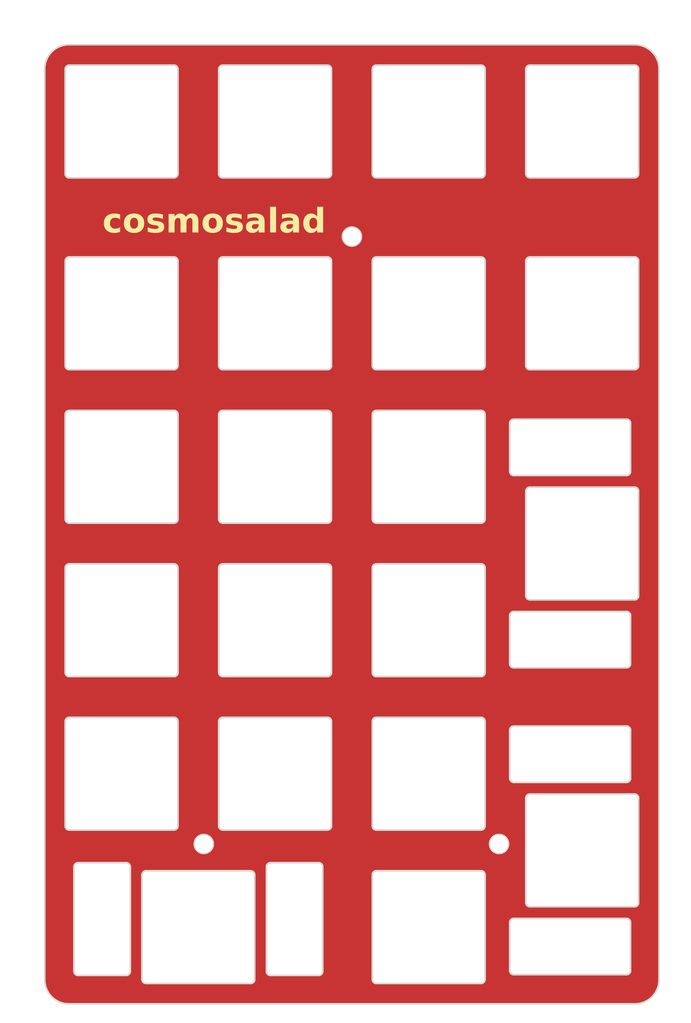
<source format=kicad_pcb>
(kicad_pcb (version 20221018) (generator pcbnew)
  (layers (0 "F.Cu" signal) (31 "B.Cu" signal) (34 "B.Paste" user) (35 "F.Paste" user) (36 "B.SilkS" user "B.Silkscreen") (37 "F.SilkS" user "F.Silkscreen") (38 "B.Mask" user) (39 "F.Mask" user) (44 "Edge.Cuts" user))
  (net 0 "")
  (gr_line (start 92.71875 49.06875) (end 105.71875 49.06875) (stroke (width 0.2)) (layer "Edge.Cuts"))
  (gr_arc (start 92.21875 78.43125) (mid 92.365197 78.077697) (end 92.71875 77.93125) (stroke (width 0.2)) (layer "Edge.Cuts"))
  (gr_arc (start 105.71875 58.88125) (mid 106.072303 59.027697) (end 106.21875 59.38125) (stroke (width 0.2)) (layer "Edge.Cuts"))
  (gr_arc (start 61.70575 134.08125) (mid 62.059303 134.227697) (end 62.20575 134.58125) (stroke (width 0.2)) (layer "Edge.Cuts"))
  (gr_line (start 111.26875 59.38125) (end 111.26875 72.38125) (stroke (width 0.2)) (layer "Edge.Cuts"))
  (gr_arc (start 55.20575 134.58125) (mid 55.352197 134.227697) (end 55.70575 134.08125) (stroke (width 0.2)) (layer "Edge.Cuts"))
  (gr_arc (start 79.08175 134.58125) (mid 79.228197 134.227697) (end 79.58175 134.08125) (stroke (width 0.2)) (layer "Edge.Cuts"))
  (gr_line (start 68.11875 78.43125) (end 68.11875 91.43125) (stroke (width 0.2)) (layer "Edge.Cuts"))
  (gr_line (start 124.76875 125.55625) (end 111.76875 125.55625) (stroke (width 0.2)) (layer "Edge.Cuts"))
  (gr_arc (start 73.16875 78.43125) (mid 73.315197 78.077697) (end 73.66875 77.93125) (stroke (width 0.2)) (layer "Edge.Cuts"))
  (gr_arc (start 106.21875 91.43125) (mid 106.072303 91.784803) (end 105.71875 91.93125) (stroke (width 0.2)) (layer "Edge.Cuts"))
  (gr_arc (start 87.16875 48.56875) (mid 87.022303 48.922303) (end 86.66875 49.06875) (stroke (width 0.2)) (layer "Edge.Cuts"))
  (gr_line (start 111.76875 72.88125) (end 124.76875 72.88125) (stroke (width 0.2)) (layer "Edge.Cuts"))
  (gr_line (start 73.16875 59.38125) (end 73.16875 72.38125) (stroke (width 0.2)) (layer "Edge.Cuts"))
  (gr_arc (start 111.76875 72.88125) (mid 111.415197 72.734803) (end 111.26875 72.38125) (stroke (width 0.2)) (layer "Edge.Cuts"))
  (gr_line (start 106.21875 135.58125) (end 106.21875 148.58125) (stroke (width 0.2)) (layer "Edge.Cuts"))
  (gr_line (start 92.71875 130.03125) (end 105.71875 130.03125) (stroke (width 0.2)) (layer "Edge.Cuts"))
  (gr_arc (start 68.11875 91.43125) (mid 67.972303 91.784803) (end 67.61875 91.93125) (stroke (width 0.2)) (layer "Edge.Cuts"))
  (gr_arc (start 106.21875 72.38125) (mid 106.072303 72.734803) (end 105.71875 72.88125) (stroke (width 0.2)) (layer "Edge.Cuts"))
  (gr_line (start 73.66875 77.93125) (end 86.66875 77.93125) (stroke (width 0.2)) (layer "Edge.Cuts"))
  (gr_line (start 79.08175 134.58125) (end 79.08175 147.58125) (stroke (width 0.2)) (layer "Edge.Cuts"))
  (gr_arc (start 87.16875 91.43125) (mid 87.022303 91.784803) (end 86.66875 91.93125) (stroke (width 0.2)) (layer "Edge.Cuts"))
  (gr_arc (start 106.21875 110.48125) (mid 106.072303 110.834803) (end 105.71875 110.98125) (stroke (width 0.2)) (layer "Edge.Cuts"))
  (gr_arc (start 106.21875 148.58125) (mid 106.072303 148.934803) (end 105.71875 149.08125) (stroke (width 0.2)) (layer "Edge.Cuts"))
  (gr_line (start 106.21875 78.43125) (end 106.21875 91.43125) (stroke (width 0.2)) (layer "Edge.Cuts"))
  (gr_line (start 111.26875 35.56875) (end 111.26875 48.56875) (stroke (width 0.2)) (layer "Edge.Cuts"))
  (gr_arc (start 92.71875 49.06875) (mid 92.365197 48.922303) (end 92.21875 48.56875) (stroke (width 0.2)) (layer "Edge.Cuts"))
  (gr_arc (start 92.71875 149.08125) (mid 92.365197 148.934803) (end 92.21875 148.58125) (stroke (width 0.2)) (layer "Edge.Cuts"))
  (gr_line (start 87.16875 35.56875) (end 87.16875 48.56875) (stroke (width 0.2)) (layer "Edge.Cuts"))
  (gr_arc (start 68.11875 48.56875) (mid 67.972303 48.922303) (end 67.61875 49.06875) (stroke (width 0.2)) (layer "Edge.Cuts"))
  (gr_arc (start 92.71875 110.98125) (mid 92.365197 110.834803) (end 92.21875 110.48125) (stroke (width 0.2)) (layer "Edge.Cuts"))
  (gr_line (start 92.21875 35.56875) (end 92.21875 48.56875) (stroke (width 0.2)) (layer "Edge.Cuts"))
  (gr_line (start 54.11875 97.48125) (end 54.11875 110.48125) (stroke (width 0.2)) (layer "Edge.Cuts"))
  (gr_arc (start 87.16875 72.38125) (mid 87.022303 72.734803) (end 86.66875 72.88125) (stroke (width 0.2)) (layer "Edge.Cuts"))
  (gr_line (start 125.26875 59.38125) (end 125.26875 72.38125) (stroke (width 0.2)) (layer "Edge.Cuts"))
  (gr_line (start 124.26875 141.49425) (end 124.26875 147.49425) (stroke (width 0.2)) (layer "Edge.Cuts"))
  (gr_line (start 123.76875 86.01825) (end 109.76875 86.01825) (stroke (width 0.2)) (layer "Edge.Cuts"))
  (gr_arc (start 73.66875 130.03125) (mid 73.315197 129.884803) (end 73.16875 129.53125) (stroke (width 0.2)) (layer "Edge.Cuts"))
  (gr_line (start 54.61875 110.98125) (end 67.61875 110.98125) (stroke (width 0.2)) (layer "Edge.Cuts"))
  (gr_arc (start 105.71875 35.06875) (mid 106.072303 35.215197) (end 106.21875 35.56875) (stroke (width 0.2)) (layer "Edge.Cuts"))
  (gr_arc (start 124.26875 147.49425) (mid 124.122303 147.847803) (end 123.76875 147.99425) (stroke (width 0.2)) (layer "Edge.Cuts"))
  (gr_line (start 92.21875 78.43125) (end 92.21875 91.43125) (stroke (width 0.2)) (layer "Edge.Cuts"))
  (gr_arc (start 124.26875 85.51825) (mid 124.122303 85.871803) (end 123.76875 86.01825) (stroke (width 0.2)) (layer "Edge.Cuts"))
  (gr_line (start 92.71875 116.03125) (end 105.71875 116.03125) (stroke (width 0.2)) (layer "Edge.Cuts"))
  (gr_arc (start 68.11875 129.53125) (mid 67.972303 129.884803) (end 67.61875 130.03125) (stroke (width 0.2)) (layer "Edge.Cuts"))
  (gr_line (start 68.11875 116.53125) (end 68.11875 129.53125) (stroke (width 0.2)) (layer "Edge.Cuts"))
  (gr_arc (start 63.64375 135.58125) (mid 63.790197 135.227697) (end 64.14375 135.08125) (stroke (width 0.2)) (layer "Edge.Cuts"))
  (gr_line (start 124.76875 139.55625) (end 111.76875 139.55625) (stroke (width 0.2)) (layer "Edge.Cuts"))
  (gr_arc (start 73.16875 97.48125) (mid 73.315197 97.127697) (end 73.66875 96.98125) (stroke (width 0.2)) (layer "Edge.Cuts"))
  (gr_arc (start 92.21875 135.58125) (mid 92.365197 135.227697) (end 92.71875 135.08125) (stroke (width 0.2)) (layer "Edge.Cuts"))
  (gr_line (start 54.11875 59.38125) (end 54.11875 72.38125) (stroke (width 0.2)) (layer "Edge.Cuts"))
  (gr_arc (start 125.26875 100.95625) (mid 125.122303 101.309803) (end 124.76875 101.45625) (stroke (width 0.2)) (layer "Edge.Cuts"))
  (gr_circle (center 71.31875 131.7625) (end 72.51875 131.7625) (stroke (width 0.15)) (fill none) (layer "Edge.Cuts"))
  (gr_arc (start 125.26875 139.05625) (mid 125.122303 139.409803) (end 124.76875 139.55625) (stroke (width 0.2)) (layer "Edge.Cuts"))
  (gr_line (start 79.58175 134.08125) (end 85.58175 134.08125) (stroke (width 0.2)) (layer "Edge.Cuts"))
  (gr_arc (start 125.26875 72.38125) (mid 125.122303 72.734803) (end 124.76875 72.88125) (stroke (width 0.2)) (layer "Edge.Cuts"))
  (gr_arc (start 109.76875 109.89425) (mid 109.415197 109.747803) (end 109.26875 109.39425) (stroke (width 0.2)) (layer "Edge.Cuts"))
  (gr_arc (start 85.58175 134.08125) (mid 85.935303 134.227697) (end 86.08175 134.58125) (stroke (width 0.2)) (layer "Edge.Cuts"))
  (gr_arc (start 106.21875 129.53125) (mid 106.072303 129.884803) (end 105.71875 130.03125) (stroke (width 0.2)) (layer "Edge.Cuts"))
  (gr_line (start 111.76875 49.06875) (end 124.76875 49.06875) (stroke (width 0.2)) (layer "Edge.Cuts"))
  (gr_line (start 73.66875 49.06875) (end 86.66875 49.06875) (stroke (width 0.2)) (layer "Edge.Cuts"))
  (gr_arc (start 92.21875 116.53125) (mid 92.365197 116.177697) (end 92.71875 116.03125) (stroke (width 0.2)) (layer "Edge.Cuts"))
  (gr_line (start 123.76875 79.01825) (end 109.76875 79.01825) (stroke (width 0.2)) (layer "Edge.Cuts"))
  (gr_line (start 92.71875 58.88125) (end 105.71875 58.88125) (stroke (width 0.2)) (layer "Edge.Cuts"))
  (gr_line (start 106.21875 97.48125) (end 106.21875 110.48125) (stroke (width 0.2)) (layer "Edge.Cuts"))
  (gr_arc (start 105.71875 135.08125) (mid 106.072303 135.227697) (end 106.21875 135.58125) (stroke (width 0.2)) (layer "Edge.Cuts"))
  (gr_line (start 124.26875 103.39425) (end 124.26875 109.39425) (stroke (width 0.2)) (layer "Edge.Cuts"))
  (gr_line (start 54.11875 116.53125) (end 54.11875 129.53125) (stroke (width 0.2)) (layer "Edge.Cuts"))
  (gr_arc (start 86.66875 116.03125) (mid 87.022303 116.177697) (end 87.16875 116.53125) (stroke (width 0.2)) (layer "Edge.Cuts"))
  (gr_line (start 92.71875 35.06875) (end 105.71875 35.06875) (stroke (width 0.2)) (layer "Edge.Cuts"))
  (gr_line (start 73.66875 58.88125) (end 86.66875 58.88125) (stroke (width 0.2)) (layer "Edge.Cuts"))
  (gr_arc (start 92.21875 59.38125) (mid 92.365197 59.027697) (end 92.71875 58.88125) (stroke (width 0.2)) (layer "Edge.Cuts"))
  (gr_arc (start 109.26875 117.61825) (mid 109.415197 117.264697) (end 109.76875 117.11825) (stroke (width 0.2)) (layer "Edge.Cuts"))
  (gr_arc (start 67.61875 116.03125) (mid 67.972303 116.177697) (end 68.11875 116.53125) (stroke (width 0.2)) (layer "Edge.Cuts"))
  (gr_line (start 54.61875 72.88125) (end 67.61875 72.88125) (stroke (width 0.2)) (layer "Edge.Cuts"))
  (gr_arc (start 55.70575 148.08125) (mid 55.352197 147.934803) (end 55.20575 147.58125) (stroke (width 0.2)) (layer "Edge.Cuts"))
  (gr_arc (start 54.59375 151.60625) (mid 52.47243 150.72757) (end 51.59375 148.60625) (stroke (width 0.2)) (layer "Edge.Cuts"))
  (gr_arc (start 105.71875 96.98125) (mid 106.072303 97.127697) (end 106.21875 97.48125) (stroke (width 0.2)) (layer "Edge.Cuts"))
  (gr_line (start 92.71875 149.08125) (end 105.71875 149.08125) (stroke (width 0.2)) (layer "Edge.Cuts"))
  (gr_line (start 54.59375 32.54375) (end 124.79375 32.54375) (stroke (width 0.2)) (layer "Edge.Cuts"))
  (gr_line (start 73.66875 96.98125) (end 86.66875 96.98125) (stroke (width 0.2)) (layer "Edge.Cuts"))
  (gr_line (start 54.11875 35.56875) (end 54.11875 48.56875) (stroke (width 0.2)) (layer "Edge.Cuts"))
  (gr_arc (start 68.11875 72.38125) (mid 67.972303 72.734803) (end 67.61875 72.88125) (stroke (width 0.2)) (layer "Edge.Cuts"))
  (gr_line (start 111.76875 35.06875) (end 124.76875 35.06875) (stroke (width 0.2)) (layer "Edge.Cuts"))
  (gr_arc (start 86.66875 96.98125) (mid 87.022303 97.127697) (end 87.16875 97.48125) (stroke (width 0.2)) (layer "Edge.Cuts"))
  (gr_line (start 125.26875 35.56875) (end 125.26875 48.56875) (stroke (width 0.2)) (layer "Edge.Cuts"))
  (gr_line (start 124.26875 117.61825) (end 124.26875 123.61825) (stroke (width 0.2)) (layer "Edge.Cuts"))
  (gr_arc (start 105.71875 77.93125) (mid 106.072303 78.077697) (end 106.21875 78.43125) (stroke (width 0.2)) (layer "Edge.Cuts"))
  (gr_arc (start 111.76875 139.55625) (mid 111.415197 139.409803) (end 111.26875 139.05625) (stroke (width 0.2)) (layer "Edge.Cuts"))
  (gr_arc (start 64.14375 149.08125) (mid 63.790197 148.934803) (end 63.64375 148.58125) (stroke (width 0.2)) (layer "Edge.Cuts"))
  (gr_line (start 55.70575 148.08125) (end 61.70575 148.08125) (stroke (width 0.2)) (layer "Edge.Cuts"))
  (gr_arc (start 54.61875 49.06875) (mid 54.265197 48.922303) (end 54.11875 48.56875) (stroke (width 0.2)) (layer "Edge.Cuts"))
  (gr_line (start 92.71875 96.98125) (end 105.71875 96.98125) (stroke (width 0.2)) (layer "Edge.Cuts"))
  (gr_line (start 62.20575 134.58125) (end 62.20575 147.58125) (stroke (width 0.2)) (layer "Edge.Cuts"))
  (gr_line (start 73.66875 91.93125) (end 86.66875 91.93125) (stroke (width 0.2)) (layer "Edge.Cuts"))
  (gr_arc (start 54.11875 116.53125) (mid 54.265197 116.177697) (end 54.61875 116.03125) (stroke (width 0.2)) (layer "Edge.Cuts"))
  (gr_arc (start 67.61875 35.06875) (mid 67.972303 35.215197) (end 68.11875 35.56875) (stroke (width 0.2)) (layer "Edge.Cuts"))
  (gr_line (start 87.16875 78.43125) (end 87.16875 91.43125) (stroke (width 0.2)) (layer "Edge.Cuts"))
  (gr_arc (start 67.61875 58.88125) (mid 67.972303 59.027697) (end 68.11875 59.38125) (stroke (width 0.2)) (layer "Edge.Cuts"))
  (gr_arc (start 54.61875 110.98125) (mid 54.265197 110.834803) (end 54.11875 110.48125) (stroke (width 0.2)) (layer "Edge.Cuts"))
  (gr_line (start 109.26875 103.39425) (end 109.26875 109.39425) (stroke (width 0.2)) (layer "Edge.Cuts"))
  (gr_arc (start 73.66875 72.88125) (mid 73.315197 72.734803) (end 73.16875 72.38125) (stroke (width 0.2)) (layer "Edge.Cuts"))
  (gr_arc (start 124.76875 125.55625) (mid 125.122303 125.702697) (end 125.26875 126.05625) (stroke (width 0.2)) (layer "Edge.Cuts"))
  (gr_line (start 92.21875 97.48125) (end 92.21875 110.48125) (stroke (width 0.2)) (layer "Edge.Cuts"))
  (gr_arc (start 111.26875 35.56875) (mid 111.415197 35.215197) (end 111.76875 35.06875) (stroke (width 0.2)) (layer "Edge.Cuts"))
  (gr_arc (start 109.76875 86.01825) (mid 109.415197 85.871803) (end 109.26875 85.51825) (stroke (width 0.2)) (layer "Edge.Cuts"))
  (gr_line (start 125.26875 87.95625) (end 125.26875 100.95625) (stroke (width 0.2)) (layer "Edge.Cuts"))
  (gr_line (start 92.21875 59.38125) (end 92.21875 72.38125) (stroke (width 0.2)) (layer "Edge.Cuts"))
  (gr_line (start 127.79375 148.60625) (end 127.79375 35.54375) (stroke (width 0.2)) (layer "Edge.Cuts"))
  (gr_arc (start 125.26875 48.56875) (mid 125.122303 48.922303) (end 124.76875 49.06875) (stroke (width 0.2)) (layer "Edge.Cuts"))
  (gr_arc (start 92.71875 130.03125) (mid 92.365197 129.884803) (end 92.21875 129.53125) (stroke (width 0.2)) (layer "Edge.Cuts"))
  (gr_line (start 124.26875 79.51825) (end 124.26875 85.51825) (stroke (width 0.2)) (layer "Edge.Cuts"))
  (gr_line (start 111.26875 126.05625) (end 111.26875 139.05625) (stroke (width 0.2)) (layer "Edge.Cuts"))
  (gr_circle (center 89.69375 56.35625) (end 90.89375 56.35625) (stroke (width 0.15)) (fill none) (layer "Edge.Cuts"))
  (gr_arc (start 111.26875 87.95625) (mid 111.415197 87.602697) (end 111.76875 87.45625) (stroke (width 0.2)) (layer "Edge.Cuts"))
  (gr_line (start 54.61875 96.98125) (end 67.61875 96.98125) (stroke (width 0.2)) (layer "Edge.Cuts"))
  (gr_line (start 54.61875 58.88125) (end 67.61875 58.88125) (stroke (width 0.2)) (layer "Edge.Cuts"))
  (gr_line (start 73.66875 110.98125) (end 86.66875 110.98125) (stroke (width 0.2)) (layer "Edge.Cuts"))
  (gr_line (start 54.61875 130.03125) (end 67.61875 130.03125) (stroke (width 0.2)) (layer "Edge.Cuts"))
  (gr_arc (start 54.61875 72.88125) (mid 54.265197 72.734803) (end 54.11875 72.38125) (stroke (width 0.2)) (layer "Edge.Cuts"))
  (gr_line (start 124.76875 101.45625) (end 111.76875 101.45625) (stroke (width 0.2)) (layer "Edge.Cuts"))
  (gr_arc (start 51.59375 35.54375) (mid 52.472444 33.422444) (end 54.59375 32.54375) (stroke (width 0.2)) (layer "Edge.Cuts"))
  (gr_line (start 92.71875 91.93125) (end 105.71875 91.93125) (stroke (width 0.2)) (layer "Edge.Cuts"))
  (gr_line (start 73.16875 35.56875) (end 73.16875 48.56875) (stroke (width 0.2)) (layer "Edge.Cuts"))
  (gr_arc (start 67.61875 77.93125) (mid 67.972303 78.077697) (end 68.11875 78.43125) (stroke (width 0.2)) (layer "Edge.Cuts"))
  (gr_arc (start 123.76875 102.89425) (mid 124.122303 103.040697) (end 124.26875 103.39425) (stroke (width 0.2)) (layer "Edge.Cuts"))
  (gr_arc (start 123.76875 117.11825) (mid 124.122303 117.264697) (end 124.26875 117.61825) (stroke (width 0.2)) (layer "Edge.Cuts"))
  (gr_arc (start 124.76875 58.88125) (mid 125.122303 59.027697) (end 125.26875 59.38125) (stroke (width 0.2)) (layer "Edge.Cuts"))
  (gr_arc (start 124.76875 87.45625) (mid 125.122303 87.602697) (end 125.26875 87.95625) (stroke (width 0.2)) (layer "Edge.Cuts"))
  (gr_line (start 92.71875 77.93125) (end 105.71875 77.93125) (stroke (width 0.2)) (layer "Edge.Cuts"))
  (gr_line (start 54.61875 35.06875) (end 67.61875 35.06875) (stroke (width 0.2)) (layer "Edge.Cuts"))
  (gr_arc (start 79.58175 148.08125) (mid 79.228211 147.934789) (end 79.08175 147.58125) (stroke (width 0.2)) (layer "Edge.Cuts"))
  (gr_line (start 123.76875 117.11825) (end 109.76875 117.11825) (stroke (width 0.2)) (layer "Edge.Cuts"))
  (gr_line (start 92.71875 72.88125) (end 105.71875 72.88125) (stroke (width 0.2)) (layer "Edge.Cuts"))
  (gr_arc (start 54.11875 97.48125) (mid 54.265197 97.127697) (end 54.61875 96.98125) (stroke (width 0.2)) (layer "Edge.Cuts"))
  (gr_line (start 106.21875 116.53125) (end 106.21875 129.53125) (stroke (width 0.2)) (layer "Edge.Cuts"))
  (gr_arc (start 67.61875 96.98125) (mid 67.972303 97.127697) (end 68.11875 97.48125) (stroke (width 0.2)) (layer "Edge.Cuts"))
  (gr_arc (start 73.16875 116.53125) (mid 73.315197 116.177697) (end 73.66875 116.03125) (stroke (width 0.2)) (layer "Edge.Cuts"))
  (gr_line (start 73.16875 78.43125) (end 73.16875 91.43125) (stroke (width 0.2)) (layer "Edge.Cuts"))
  (gr_arc (start 86.66875 35.06875) (mid 87.022303 35.215197) (end 87.16875 35.56875) (stroke (width 0.2)) (layer "Edge.Cuts"))
  (gr_line (start 54.61875 49.06875) (end 67.61875 49.06875) (stroke (width 0.2)) (layer "Edge.Cuts"))
  (gr_line (start 123.76875 102.89425) (end 109.76875 102.89425) (stroke (width 0.2)) (layer "Edge.Cuts"))
  (gr_line (start 73.16875 116.53125) (end 73.16875 129.53125) (stroke (width 0.2)) (layer "Edge.Cuts"))
  (gr_arc (start 109.26875 79.51825) (mid 109.415197 79.164697) (end 109.76875 79.01825) (stroke (width 0.2)) (layer "Edge.Cuts"))
  (gr_line (start 125.26875 126.05625) (end 125.26875 139.05625) (stroke (width 0.2)) (layer "Edge.Cuts"))
  (gr_arc (start 111.26875 126.05625) (mid 111.415197 125.702697) (end 111.76875 125.55625) (stroke (width 0.2)) (layer "Edge.Cuts"))
  (gr_line (start 86.08175 134.58125) (end 86.08175 147.58125) (stroke (width 0.2)) (layer "Edge.Cuts"))
  (gr_line (start 73.66875 35.06875) (end 86.66875 35.06875) (stroke (width 0.2)) (layer "Edge.Cuts"))
  (gr_line (start 87.16875 59.38125) (end 87.16875 72.38125) (stroke (width 0.2)) (layer "Edge.Cuts"))
  (gr_line (start 54.59375 151.60625) (end 124.79375 151.60625) (stroke (width 0.2)) (layer "Edge.Cuts"))
  (gr_line (start 92.21875 116.53125) (end 92.21875 129.53125) (stroke (width 0.2)) (layer "Edge.Cuts"))
  (gr_arc (start 124.26875 123.61825) (mid 124.122303 123.971803) (end 123.76875 124.11825) (stroke (width 0.2)) (layer "Edge.Cuts"))
  (gr_arc (start 54.11875 78.43125) (mid 54.265197 78.077697) (end 54.61875 77.93125) (stroke (width 0.2)) (layer "Edge.Cuts"))
  (gr_arc (start 73.66875 110.98125) (mid 73.315197 110.834803) (end 73.16875 110.48125) (stroke (width 0.2)) (layer "Edge.Cuts"))
  (gr_arc (start 123.76875 140.99425) (mid 124.122303 141.140697) (end 124.26875 141.49425) (stroke (width 0.2)) (layer "Edge.Cuts"))
  (gr_line (start 123.76875 140.99425) (end 109.76875 140.99425) (stroke (width 0.2)) (layer "Edge.Cuts"))
  (gr_line (start 92.71875 135.08125) (end 105.71875 135.08125) (stroke (width 0.2)) (layer "Edge.Cuts"))
  (gr_arc (start 73.16875 35.56875) (mid 73.315197 35.215197) (end 73.66875 35.06875) (stroke (width 0.2)) (layer "Edge.Cuts"))
  (gr_line (start 109.26875 141.49425) (end 109.26875 147.49425) (stroke (width 0.2)) (layer "Edge.Cuts"))
  (gr_arc (start 111.76875 49.06875) (mid 111.415197 48.922303) (end 111.26875 48.56875) (stroke (width 0.2)) (layer "Edge.Cuts"))
  (gr_arc (start 68.11875 110.48125) (mid 67.972303 110.834803) (end 67.61875 110.98125) (stroke (width 0.2)) (layer "Edge.Cuts"))
  (gr_line (start 109.26875 79.51825) (end 109.26875 85.51825) (stroke (width 0.2)) (layer "Edge.Cuts"))
  (gr_arc (start 105.71875 116.03125) (mid 106.072303 116.177697) (end 106.21875 116.53125) (stroke (width 0.2)) (layer "Edge.Cuts"))
  (gr_line (start 55.70575 134.08125) (end 61.70575 134.08125) (stroke (width 0.2)) (layer "Edge.Cuts"))
  (gr_arc (start 86.08175 147.58125) (mid 85.935289 147.934789) (end 85.58175 148.08125) (stroke (width 0.2)) (layer "Edge.Cuts"))
  (gr_line (start 54.61875 116.03125) (end 67.61875 116.03125) (stroke (width 0.2)) (layer "Edge.Cuts"))
  (gr_arc (start 124.79375 32.54375) (mid 126.91507 33.42243) (end 127.79375 35.54375) (stroke (width 0.2)) (layer "Edge.Cuts"))
  (gr_arc (start 77.64375 148.58125) (mid 77.497303 148.934803) (end 77.14375 149.08125) (stroke (width 0.2)) (layer "Edge.Cuts"))
  (gr_line (start 55.20575 134.58125) (end 55.20575 147.58125) (stroke (width 0.2)) (layer "Edge.Cuts"))
  (gr_arc (start 62.20575 147.58125) (mid 62.059289 147.934789) (end 61.70575 148.08125) (stroke (width 0.2)) (layer "Edge.Cuts"))
  (gr_arc (start 86.66875 77.93125) (mid 87.022303 78.077697) (end 87.16875 78.43125) (stroke (width 0.2)) (layer "Edge.Cuts"))
  (gr_line (start 68.11875 35.56875) (end 68.11875 48.56875) (stroke (width 0.2)) (layer "Edge.Cuts"))
  (gr_arc (start 123.76875 79.01825) (mid 124.122303 79.164697) (end 124.26875 79.51825) (stroke (width 0.2)) (layer "Edge.Cuts"))
  (gr_line (start 111.26875 87.95625) (end 111.26875 100.95625) (stroke (width 0.2)) (layer "Edge.Cuts"))
  (gr_line (start 64.14375 135.08125) (end 77.14375 135.08125) (stroke (width 0.2)) (layer "Edge.Cuts"))
  (gr_line (start 92.21875 135.58125) (end 92.21875 148.58125) (stroke (width 0.2)) (layer "Edge.Cuts"))
  (gr_line (start 106.21875 59.38125) (end 106.21875 72.38125) (stroke (width 0.2)) (layer "Edge.Cuts"))
  (gr_arc (start 111.76875 101.45625) (mid 111.415197 101.309803) (end 111.26875 100.95625) (stroke (width 0.2)) (layer "Edge.Cuts"))
  (gr_line (start 109.26875 117.61825) (end 109.26875 123.61825) (stroke (width 0.2)) (layer "Edge.Cuts"))
  (gr_arc (start 106.21875 48.56875) (mid 106.072303 48.922303) (end 105.71875 49.06875) (stroke (width 0.2)) (layer "Edge.Cuts"))
  (gr_arc (start 92.21875 97.48125) (mid 92.365197 97.127697) (end 92.71875 96.98125) (stroke (width 0.2)) (layer "Edge.Cuts"))
  (gr_line (start 123.76875 109.89425) (end 109.76875 109.89425) (stroke (width 0.2)) (layer "Edge.Cuts"))
  (gr_line (start 87.16875 116.53125) (end 87.16875 129.53125) (stroke (width 0.2)) (layer "Edge.Cuts"))
  (gr_arc (start 54.61875 91.93125) (mid 54.265197 91.784803) (end 54.11875 91.43125) (stroke (width 0.2)) (layer "Edge.Cuts"))
  (gr_line (start 87.16875 97.48125) (end 87.16875 110.48125) (stroke (width 0.2)) (layer "Edge.Cuts"))
  (gr_arc (start 86.66875 58.88125) (mid 87.022303 59.027697) (end 87.16875 59.38125) (stroke (width 0.2)) (layer "Edge.Cuts"))
  (gr_arc (start 109.26875 103.39425) (mid 109.415197 103.040697) (end 109.76875 102.89425) (stroke (width 0.2)) (layer "Edge.Cuts"))
  (gr_arc (start 87.16875 110.48125) (mid 87.022303 110.834803) (end 86.66875 110.98125) (stroke (width 0.2)) (layer "Edge.Cuts"))
  (gr_arc (start 124.26875 109.39425) (mid 124.122303 109.747803) (end 123.76875 109.89425) (stroke (width 0.2)) (layer "Edge.Cuts"))
  (gr_arc (start 92.71875 72.88125) (mid 92.365197 72.734803) (end 92.21875 72.38125) (stroke (width 0.2)) (layer "Edge.Cuts"))
  (gr_line (start 68.11875 97.48125) (end 68.11875 110.48125) (stroke (width 0.2)) (layer "Edge.Cuts"))
  (gr_arc (start 73.66875 91.93125) (mid 73.315197 91.784803) (end 73.16875 91.43125) (stroke (width 0.2)) (layer "Edge.Cuts"))
  (gr_line (start 73.66875 72.88125) (end 86.66875 72.88125) (stroke (width 0.2)) (layer "Edge.Cuts"))
  (gr_arc (start 127.79375 148.60625) (mid 126.91507 150.72757) (end 124.79375 151.60625) (stroke (width 0.2)) (layer "Edge.Cuts"))
  (gr_arc (start 54.61875 130.03125) (mid 54.265197 129.884803) (end 54.11875 129.53125) (stroke (width 0.2)) (layer "Edge.Cuts"))
  (gr_arc (start 111.26875 59.38125) (mid 111.415197 59.027697) (end 111.76875 58.88125) (stroke (width 0.2)) (layer "Edge.Cuts"))
  (gr_arc (start 109.76875 124.11825) (mid 109.415197 123.971803) (end 109.26875 123.61825) (stroke (width 0.2)) (layer "Edge.Cuts"))
  (gr_line (start 73.66875 130.03125) (end 86.66875 130.03125) (stroke (width 0.2)) (layer "Edge.Cuts"))
  (gr_line (start 123.76875 124.11825) (end 109.76875 124.11825) (stroke (width 0.2)) (layer "Edge.Cuts"))
  (gr_arc (start 73.66875 49.06875) (mid 73.315197 48.922303) (end 73.16875 48.56875) (stroke (width 0.2)) (layer "Edge.Cuts"))
  (gr_circle (center 107.95 131.7625) (end 109.15 131.7625) (stroke (width 0.15)) (fill none) (layer "Edge.Cuts"))
  (gr_line (start 111.76875 58.88125) (end 124.76875 58.88125) (stroke (width 0.2)) (layer "Edge.Cuts"))
  (gr_arc (start 54.11875 35.56875) (mid 54.265197 35.215197) (end 54.61875 35.06875) (stroke (width 0.2)) (layer "Edge.Cuts"))
  (gr_line (start 63.64375 135.58125) (end 63.64375 148.58125) (stroke (width 0.2)) (layer "Edge.Cuts"))
  (gr_line (start 54.61875 91.93125) (end 67.61875 91.93125) (stroke (width 0.2)) (layer "Edge.Cuts"))
  (gr_line (start 123.76875 147.99425) (end 109.76875 147.99425) (stroke (width 0.2)) (layer "Edge.Cuts"))
  (gr_line (start 54.61875 77.93125) (end 67.61875 77.93125) (stroke (width 0.2)) (layer "Edge.Cuts"))
  (gr_arc (start 92.71875 91.93125) (mid 92.365197 91.784803) (end 92.21875 91.43125) (stroke (width 0.2)) (layer "Edge.Cuts"))
  (gr_line (start 64.14375 149.08125) (end 77.14375 149.08125) (stroke (width 0.2)) (layer "Edge.Cuts"))
  (gr_arc (start 77.14375 135.08125) (mid 77.497303 135.227697) (end 77.64375 135.58125) (stroke (width 0.2)) (layer "Edge.Cuts"))
  (gr_line (start 51.59375 148.60625) (end 51.59375 35.54375) (stroke (width 0.2)) (layer "Edge.Cuts"))
  (gr_line (start 68.11875 59.38125) (end 68.11875 72.38125) (stroke (width 0.2)) (layer "Edge.Cuts"))
  (gr_arc (start 124.76875 35.06875) (mid 125.122303 35.215197) (end 125.26875 35.56875) (stroke (width 0.2)) (layer "Edge.Cuts"))
  (gr_arc (start 109.26875 141.49425) (mid 109.415197 141.140697) (end 109.76875 140.99425) (stroke (width 0.2)) (layer "Edge.Cuts"))
  (gr_line (start 73.16875 97.48125) (end 73.16875 110.48125) (stroke (width 0.2)) (layer "Edge.Cuts"))
  (gr_line (start 73.66875 116.03125) (end 86.66875 116.03125) (stroke (width 0.2)) (layer "Edge.Cuts"))
  (gr_arc (start 73.16875 59.38125) (mid 73.315197 59.027697) (end 73.66875 58.88125) (stroke (width 0.2)) (layer "Edge.Cuts"))
  (gr_line (start 77.64375 135.58125) (end 77.64375 148.58125) (stroke (width 0.2)) (layer "Edge.Cuts"))
  (gr_arc (start 54.11875 59.38125) (mid 54.265197 59.027697) (end 54.61875 58.88125) (stroke (width 0.2)) (layer "Edge.Cuts"))
  (gr_arc (start 109.76875 147.99425) (mid 109.415197 147.847803) (end 109.26875 147.49425) (stroke (width 0.2)) (layer "Edge.Cuts"))
  (gr_line (start 106.21875 35.56875) (end 106.21875 48.56875) (stroke (width 0.2)) (layer "Edge.Cuts"))
  (gr_arc (start 87.16875 129.53125) (mid 87.022303 129.884803) (end 86.66875 130.03125) (stroke (width 0.2)) (layer "Edge.Cuts"))
  (gr_line (start 92.71875 110.98125) (end 105.71875 110.98125) (stroke (width 0.2)) (layer "Edge.Cuts"))
  (gr_line (start 54.11875 78.43125) (end 54.11875 91.43125) (stroke (width 0.2)) (layer "Edge.Cuts"))
  (gr_line (start 124.76875 87.45625) (end 111.76875 87.45625) (stroke (width 0.2)) (layer "Edge.Cuts"))
  (gr_arc (start 92.21875 35.56875) (mid 92.365197 35.215197) (end 92.71875 35.06875) (stroke (width 0.2)) (layer "Edge.Cuts"))
  (gr_line (start 79.58175 148.08125) (end 85.58175 148.08125) (stroke (width 0.2)) (layer "Edge.Cuts"))
  (gr_text "cosmosalad" (at 58.7375 56.35625) (layer "F.SilkS") (effects (font (size 3 3) (thickness 0.25) bold) (justify left bottom)))
  (zone (net 0) (net_name "") (layer "F.Cu") (connect_pads (clearance 0.5)) (min_thickness 0.25) (fill yes (thermal_gap 0.5) (thermal_bridge_width 0.5) (island_removal_mode 1) (island_area_min 10))
    (polygon (pts (xy 46.0375 26.9875) (xy 46.0375 153.9875) (xy 130.175 153.9875) (xy 131.7625 26.9875)))
  )
)
</source>
